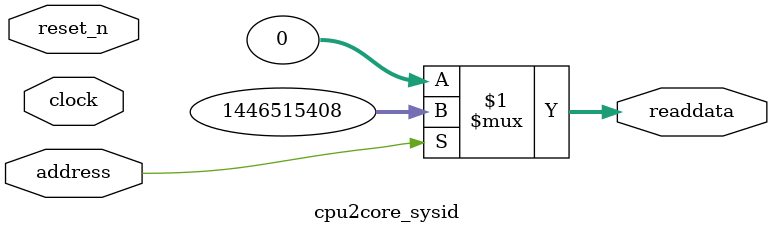
<source format=v>

`timescale 1ns / 1ps
// synthesis translate_on

// turn off superfluous verilog processor warnings 
// altera message_level Level1 
// altera message_off 10034 10035 10036 10037 10230 10240 10030 

module cpu2core_sysid (
               // inputs:
                address,
                clock,
                reset_n,

               // outputs:
                readdata
             )
;

  output  [ 31: 0] readdata;
  input            address;
  input            clock;
  input            reset_n;

  wire    [ 31: 0] readdata;
  //control_slave, which is an e_avalon_slave
  assign readdata = address ? 1446515408 : 0;

endmodule




</source>
